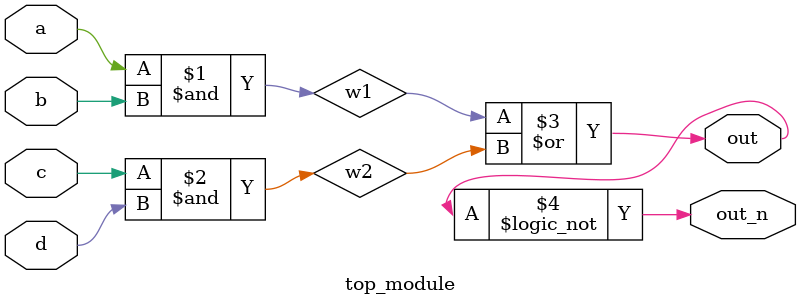
<source format=sv>
module top_module (
    input a,
    input b,
    input c,
    input d,
    output out,
    output out_n );
    
    wire w1, w2;
    
    assign w1 = a & b;
    assign w2 = c & d;
    assign out = w1 | w2;
    assign out_n = !out;
    
endmodule

</source>
